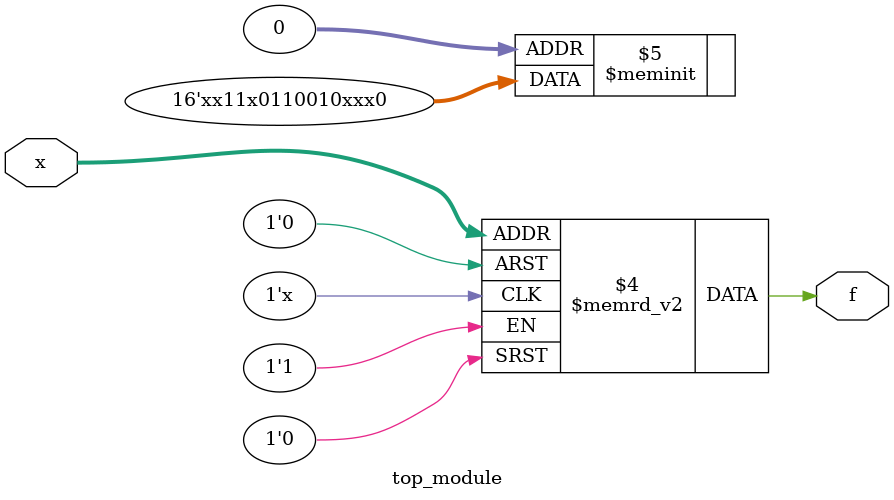
<source format=sv>
module top_module (
	input [4:1] x,
	output logic f
);
    
    always_comb begin
        case (x)
            4'b0000: f = 1'b0;
            4'b0001: f = 1'bx;
            4'b0010: f = 1'bx;
            4'b0011: f = 1'bx;
            4'b0100: f = 1'b0;
            4'b0101: f = 1'b1;
            4'b0110: f = 1'b0;
            4'b0111: f = 1'b0;
            4'b1000: f = 1'b1;
            4'b1001: f = 1'b1;
            4'b1010: f = 1'b0;
            4'b1011: f = 1'bx;
            4'b1100: f = 1'b1;
            4'b1101: f = 1'b1;
            4'b1110: f = 1'bx;
            4'b1111: f = 1'bx;
            default: f = 1'bx;
        endcase
    end

endmodule

</source>
